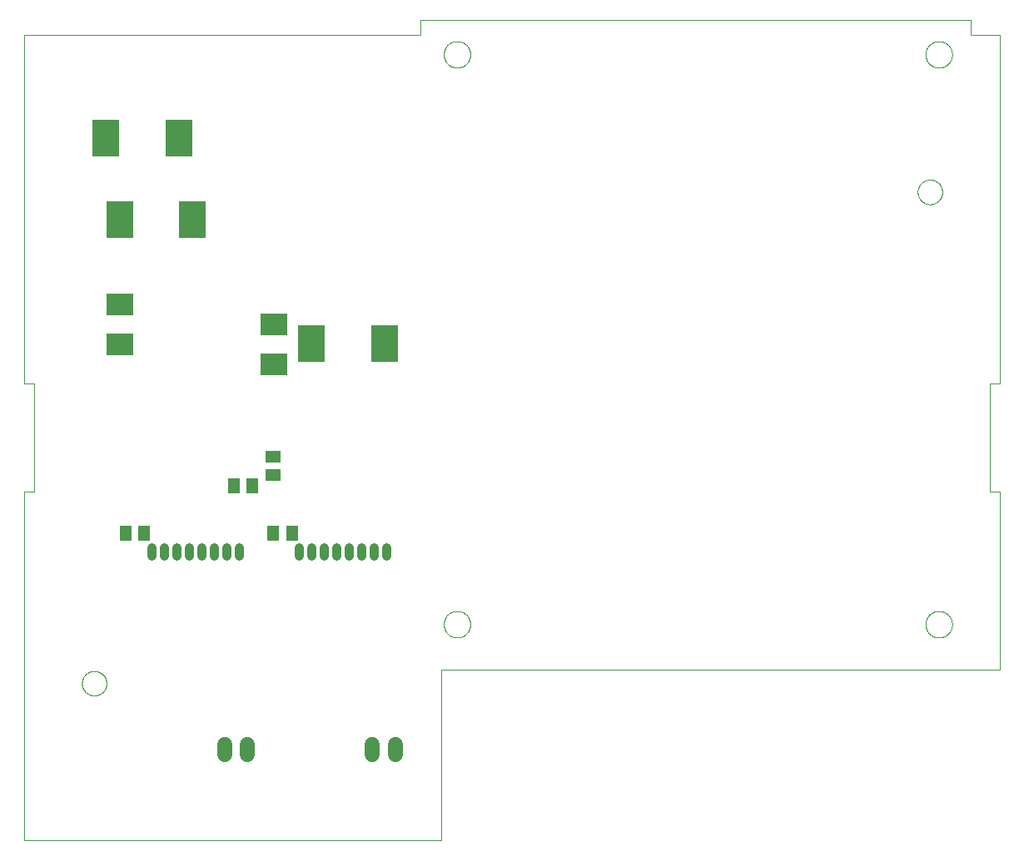
<source format=gbp>
G04 EAGLE Gerber RS-274X export*
G75*
%MOMM*%
%FSLAX34Y34*%
%LPD*%
%INPaste Mask Bottom*%
%IPPOS*%
%AMOC8*
5,1,8,0,0,1.08239X$1,22.5*%
G01*
%ADD10C,0.000000*%
%ADD11R,2.800000X3.800000*%
%ADD12R,2.794000X2.286000*%
%ADD13C,0.914400*%
%ADD14C,1.498600*%
%ADD15R,1.500000X1.300000*%
%ADD16R,1.300000X1.500000*%


D10*
X0Y0D02*
X424000Y0D01*
X424000Y173500D01*
X992000Y173500D01*
X992000Y355000D01*
X982000Y355000D01*
X982000Y465000D01*
X992000Y465000D01*
X992000Y820000D01*
X962000Y820000D01*
X962000Y835000D01*
X403000Y835000D01*
X403000Y820000D01*
X0Y820000D01*
X0Y465000D01*
X10000Y465000D01*
X10000Y355000D01*
X0Y355000D01*
X0Y0D01*
X58500Y160000D02*
X58504Y160307D01*
X58515Y160613D01*
X58534Y160920D01*
X58560Y161225D01*
X58594Y161530D01*
X58635Y161834D01*
X58684Y162137D01*
X58740Y162439D01*
X58804Y162739D01*
X58875Y163037D01*
X58953Y163334D01*
X59038Y163629D01*
X59131Y163921D01*
X59231Y164211D01*
X59338Y164499D01*
X59452Y164784D01*
X59572Y165066D01*
X59700Y165344D01*
X59835Y165620D01*
X59976Y165892D01*
X60124Y166161D01*
X60278Y166426D01*
X60439Y166687D01*
X60607Y166945D01*
X60780Y167198D01*
X60960Y167446D01*
X61146Y167690D01*
X61337Y167930D01*
X61535Y168165D01*
X61738Y168394D01*
X61947Y168619D01*
X62161Y168839D01*
X62381Y169053D01*
X62606Y169262D01*
X62835Y169465D01*
X63070Y169663D01*
X63310Y169854D01*
X63554Y170040D01*
X63802Y170220D01*
X64055Y170393D01*
X64313Y170561D01*
X64574Y170722D01*
X64839Y170876D01*
X65108Y171024D01*
X65380Y171165D01*
X65656Y171300D01*
X65934Y171428D01*
X66216Y171548D01*
X66501Y171662D01*
X66789Y171769D01*
X67079Y171869D01*
X67371Y171962D01*
X67666Y172047D01*
X67963Y172125D01*
X68261Y172196D01*
X68561Y172260D01*
X68863Y172316D01*
X69166Y172365D01*
X69470Y172406D01*
X69775Y172440D01*
X70080Y172466D01*
X70387Y172485D01*
X70693Y172496D01*
X71000Y172500D01*
X71307Y172496D01*
X71613Y172485D01*
X71920Y172466D01*
X72225Y172440D01*
X72530Y172406D01*
X72834Y172365D01*
X73137Y172316D01*
X73439Y172260D01*
X73739Y172196D01*
X74037Y172125D01*
X74334Y172047D01*
X74629Y171962D01*
X74921Y171869D01*
X75211Y171769D01*
X75499Y171662D01*
X75784Y171548D01*
X76066Y171428D01*
X76344Y171300D01*
X76620Y171165D01*
X76892Y171024D01*
X77161Y170876D01*
X77426Y170722D01*
X77687Y170561D01*
X77945Y170393D01*
X78198Y170220D01*
X78446Y170040D01*
X78690Y169854D01*
X78930Y169663D01*
X79165Y169465D01*
X79394Y169262D01*
X79619Y169053D01*
X79839Y168839D01*
X80053Y168619D01*
X80262Y168394D01*
X80465Y168165D01*
X80663Y167930D01*
X80854Y167690D01*
X81040Y167446D01*
X81220Y167198D01*
X81393Y166945D01*
X81561Y166687D01*
X81722Y166426D01*
X81876Y166161D01*
X82024Y165892D01*
X82165Y165620D01*
X82300Y165344D01*
X82428Y165066D01*
X82548Y164784D01*
X82662Y164499D01*
X82769Y164211D01*
X82869Y163921D01*
X82962Y163629D01*
X83047Y163334D01*
X83125Y163037D01*
X83196Y162739D01*
X83260Y162439D01*
X83316Y162137D01*
X83365Y161834D01*
X83406Y161530D01*
X83440Y161225D01*
X83466Y160920D01*
X83485Y160613D01*
X83496Y160307D01*
X83500Y160000D01*
X83496Y159693D01*
X83485Y159387D01*
X83466Y159080D01*
X83440Y158775D01*
X83406Y158470D01*
X83365Y158166D01*
X83316Y157863D01*
X83260Y157561D01*
X83196Y157261D01*
X83125Y156963D01*
X83047Y156666D01*
X82962Y156371D01*
X82869Y156079D01*
X82769Y155789D01*
X82662Y155501D01*
X82548Y155216D01*
X82428Y154934D01*
X82300Y154656D01*
X82165Y154380D01*
X82024Y154108D01*
X81876Y153839D01*
X81722Y153574D01*
X81561Y153313D01*
X81393Y153055D01*
X81220Y152802D01*
X81040Y152554D01*
X80854Y152310D01*
X80663Y152070D01*
X80465Y151835D01*
X80262Y151606D01*
X80053Y151381D01*
X79839Y151161D01*
X79619Y150947D01*
X79394Y150738D01*
X79165Y150535D01*
X78930Y150337D01*
X78690Y150146D01*
X78446Y149960D01*
X78198Y149780D01*
X77945Y149607D01*
X77687Y149439D01*
X77426Y149278D01*
X77161Y149124D01*
X76892Y148976D01*
X76620Y148835D01*
X76344Y148700D01*
X76066Y148572D01*
X75784Y148452D01*
X75499Y148338D01*
X75211Y148231D01*
X74921Y148131D01*
X74629Y148038D01*
X74334Y147953D01*
X74037Y147875D01*
X73739Y147804D01*
X73439Y147740D01*
X73137Y147684D01*
X72834Y147635D01*
X72530Y147594D01*
X72225Y147560D01*
X71920Y147534D01*
X71613Y147515D01*
X71307Y147504D01*
X71000Y147500D01*
X70693Y147504D01*
X70387Y147515D01*
X70080Y147534D01*
X69775Y147560D01*
X69470Y147594D01*
X69166Y147635D01*
X68863Y147684D01*
X68561Y147740D01*
X68261Y147804D01*
X67963Y147875D01*
X67666Y147953D01*
X67371Y148038D01*
X67079Y148131D01*
X66789Y148231D01*
X66501Y148338D01*
X66216Y148452D01*
X65934Y148572D01*
X65656Y148700D01*
X65380Y148835D01*
X65108Y148976D01*
X64839Y149124D01*
X64574Y149278D01*
X64313Y149439D01*
X64055Y149607D01*
X63802Y149780D01*
X63554Y149960D01*
X63310Y150146D01*
X63070Y150337D01*
X62835Y150535D01*
X62606Y150738D01*
X62381Y150947D01*
X62161Y151161D01*
X61947Y151381D01*
X61738Y151606D01*
X61535Y151835D01*
X61337Y152070D01*
X61146Y152310D01*
X60960Y152554D01*
X60780Y152802D01*
X60607Y153055D01*
X60439Y153313D01*
X60278Y153574D01*
X60124Y153839D01*
X59976Y154108D01*
X59835Y154380D01*
X59700Y154656D01*
X59572Y154934D01*
X59452Y155216D01*
X59338Y155501D01*
X59231Y155789D01*
X59131Y156079D01*
X59038Y156371D01*
X58953Y156666D01*
X58875Y156963D01*
X58804Y157261D01*
X58740Y157561D01*
X58684Y157863D01*
X58635Y158166D01*
X58594Y158470D01*
X58560Y158775D01*
X58534Y159080D01*
X58515Y159387D01*
X58504Y159693D01*
X58500Y160000D01*
X908500Y660000D02*
X908504Y660307D01*
X908515Y660613D01*
X908534Y660920D01*
X908560Y661225D01*
X908594Y661530D01*
X908635Y661834D01*
X908684Y662137D01*
X908740Y662439D01*
X908804Y662739D01*
X908875Y663037D01*
X908953Y663334D01*
X909038Y663629D01*
X909131Y663921D01*
X909231Y664211D01*
X909338Y664499D01*
X909452Y664784D01*
X909572Y665066D01*
X909700Y665344D01*
X909835Y665620D01*
X909976Y665892D01*
X910124Y666161D01*
X910278Y666426D01*
X910439Y666687D01*
X910607Y666945D01*
X910780Y667198D01*
X910960Y667446D01*
X911146Y667690D01*
X911337Y667930D01*
X911535Y668165D01*
X911738Y668394D01*
X911947Y668619D01*
X912161Y668839D01*
X912381Y669053D01*
X912606Y669262D01*
X912835Y669465D01*
X913070Y669663D01*
X913310Y669854D01*
X913554Y670040D01*
X913802Y670220D01*
X914055Y670393D01*
X914313Y670561D01*
X914574Y670722D01*
X914839Y670876D01*
X915108Y671024D01*
X915380Y671165D01*
X915656Y671300D01*
X915934Y671428D01*
X916216Y671548D01*
X916501Y671662D01*
X916789Y671769D01*
X917079Y671869D01*
X917371Y671962D01*
X917666Y672047D01*
X917963Y672125D01*
X918261Y672196D01*
X918561Y672260D01*
X918863Y672316D01*
X919166Y672365D01*
X919470Y672406D01*
X919775Y672440D01*
X920080Y672466D01*
X920387Y672485D01*
X920693Y672496D01*
X921000Y672500D01*
X921307Y672496D01*
X921613Y672485D01*
X921920Y672466D01*
X922225Y672440D01*
X922530Y672406D01*
X922834Y672365D01*
X923137Y672316D01*
X923439Y672260D01*
X923739Y672196D01*
X924037Y672125D01*
X924334Y672047D01*
X924629Y671962D01*
X924921Y671869D01*
X925211Y671769D01*
X925499Y671662D01*
X925784Y671548D01*
X926066Y671428D01*
X926344Y671300D01*
X926620Y671165D01*
X926892Y671024D01*
X927161Y670876D01*
X927426Y670722D01*
X927687Y670561D01*
X927945Y670393D01*
X928198Y670220D01*
X928446Y670040D01*
X928690Y669854D01*
X928930Y669663D01*
X929165Y669465D01*
X929394Y669262D01*
X929619Y669053D01*
X929839Y668839D01*
X930053Y668619D01*
X930262Y668394D01*
X930465Y668165D01*
X930663Y667930D01*
X930854Y667690D01*
X931040Y667446D01*
X931220Y667198D01*
X931393Y666945D01*
X931561Y666687D01*
X931722Y666426D01*
X931876Y666161D01*
X932024Y665892D01*
X932165Y665620D01*
X932300Y665344D01*
X932428Y665066D01*
X932548Y664784D01*
X932662Y664499D01*
X932769Y664211D01*
X932869Y663921D01*
X932962Y663629D01*
X933047Y663334D01*
X933125Y663037D01*
X933196Y662739D01*
X933260Y662439D01*
X933316Y662137D01*
X933365Y661834D01*
X933406Y661530D01*
X933440Y661225D01*
X933466Y660920D01*
X933485Y660613D01*
X933496Y660307D01*
X933500Y660000D01*
X933496Y659693D01*
X933485Y659387D01*
X933466Y659080D01*
X933440Y658775D01*
X933406Y658470D01*
X933365Y658166D01*
X933316Y657863D01*
X933260Y657561D01*
X933196Y657261D01*
X933125Y656963D01*
X933047Y656666D01*
X932962Y656371D01*
X932869Y656079D01*
X932769Y655789D01*
X932662Y655501D01*
X932548Y655216D01*
X932428Y654934D01*
X932300Y654656D01*
X932165Y654380D01*
X932024Y654108D01*
X931876Y653839D01*
X931722Y653574D01*
X931561Y653313D01*
X931393Y653055D01*
X931220Y652802D01*
X931040Y652554D01*
X930854Y652310D01*
X930663Y652070D01*
X930465Y651835D01*
X930262Y651606D01*
X930053Y651381D01*
X929839Y651161D01*
X929619Y650947D01*
X929394Y650738D01*
X929165Y650535D01*
X928930Y650337D01*
X928690Y650146D01*
X928446Y649960D01*
X928198Y649780D01*
X927945Y649607D01*
X927687Y649439D01*
X927426Y649278D01*
X927161Y649124D01*
X926892Y648976D01*
X926620Y648835D01*
X926344Y648700D01*
X926066Y648572D01*
X925784Y648452D01*
X925499Y648338D01*
X925211Y648231D01*
X924921Y648131D01*
X924629Y648038D01*
X924334Y647953D01*
X924037Y647875D01*
X923739Y647804D01*
X923439Y647740D01*
X923137Y647684D01*
X922834Y647635D01*
X922530Y647594D01*
X922225Y647560D01*
X921920Y647534D01*
X921613Y647515D01*
X921307Y647504D01*
X921000Y647500D01*
X920693Y647504D01*
X920387Y647515D01*
X920080Y647534D01*
X919775Y647560D01*
X919470Y647594D01*
X919166Y647635D01*
X918863Y647684D01*
X918561Y647740D01*
X918261Y647804D01*
X917963Y647875D01*
X917666Y647953D01*
X917371Y648038D01*
X917079Y648131D01*
X916789Y648231D01*
X916501Y648338D01*
X916216Y648452D01*
X915934Y648572D01*
X915656Y648700D01*
X915380Y648835D01*
X915108Y648976D01*
X914839Y649124D01*
X914574Y649278D01*
X914313Y649439D01*
X914055Y649607D01*
X913802Y649780D01*
X913554Y649960D01*
X913310Y650146D01*
X913070Y650337D01*
X912835Y650535D01*
X912606Y650738D01*
X912381Y650947D01*
X912161Y651161D01*
X911947Y651381D01*
X911738Y651606D01*
X911535Y651835D01*
X911337Y652070D01*
X911146Y652310D01*
X910960Y652554D01*
X910780Y652802D01*
X910607Y653055D01*
X910439Y653313D01*
X910278Y653574D01*
X910124Y653839D01*
X909976Y654108D01*
X909835Y654380D01*
X909700Y654656D01*
X909572Y654934D01*
X909452Y655216D01*
X909338Y655501D01*
X909231Y655789D01*
X909131Y656079D01*
X909038Y656371D01*
X908953Y656666D01*
X908875Y656963D01*
X908804Y657261D01*
X908740Y657561D01*
X908684Y657863D01*
X908635Y658166D01*
X908594Y658470D01*
X908560Y658775D01*
X908534Y659080D01*
X908515Y659387D01*
X908504Y659693D01*
X908500Y660000D01*
D11*
X97000Y632000D03*
X171000Y632000D03*
X292000Y506000D03*
X366000Y506000D03*
X157000Y715000D03*
X83000Y715000D03*
D12*
X97000Y545460D03*
X97000Y504540D03*
X253660Y484540D03*
X253660Y525460D03*
D10*
X916500Y800000D02*
X916504Y800331D01*
X916516Y800662D01*
X916537Y800993D01*
X916565Y801323D01*
X916602Y801653D01*
X916646Y801981D01*
X916699Y802308D01*
X916759Y802634D01*
X916828Y802958D01*
X916905Y803280D01*
X916989Y803601D01*
X917081Y803919D01*
X917181Y804235D01*
X917289Y804548D01*
X917405Y804859D01*
X917528Y805166D01*
X917658Y805471D01*
X917796Y805772D01*
X917941Y806070D01*
X918094Y806364D01*
X918254Y806654D01*
X918421Y806940D01*
X918594Y807222D01*
X918775Y807500D01*
X918963Y807773D01*
X919157Y808042D01*
X919357Y808306D01*
X919564Y808564D01*
X919778Y808818D01*
X919997Y809066D01*
X920223Y809309D01*
X920454Y809546D01*
X920691Y809777D01*
X920934Y810003D01*
X921182Y810222D01*
X921436Y810436D01*
X921694Y810643D01*
X921958Y810843D01*
X922227Y811037D01*
X922500Y811225D01*
X922778Y811406D01*
X923060Y811579D01*
X923346Y811746D01*
X923636Y811906D01*
X923930Y812059D01*
X924228Y812204D01*
X924529Y812342D01*
X924834Y812472D01*
X925141Y812595D01*
X925452Y812711D01*
X925765Y812819D01*
X926081Y812919D01*
X926399Y813011D01*
X926720Y813095D01*
X927042Y813172D01*
X927366Y813241D01*
X927692Y813301D01*
X928019Y813354D01*
X928347Y813398D01*
X928677Y813435D01*
X929007Y813463D01*
X929338Y813484D01*
X929669Y813496D01*
X930000Y813500D01*
X930331Y813496D01*
X930662Y813484D01*
X930993Y813463D01*
X931323Y813435D01*
X931653Y813398D01*
X931981Y813354D01*
X932308Y813301D01*
X932634Y813241D01*
X932958Y813172D01*
X933280Y813095D01*
X933601Y813011D01*
X933919Y812919D01*
X934235Y812819D01*
X934548Y812711D01*
X934859Y812595D01*
X935166Y812472D01*
X935471Y812342D01*
X935772Y812204D01*
X936070Y812059D01*
X936364Y811906D01*
X936654Y811746D01*
X936940Y811579D01*
X937222Y811406D01*
X937500Y811225D01*
X937773Y811037D01*
X938042Y810843D01*
X938306Y810643D01*
X938564Y810436D01*
X938818Y810222D01*
X939066Y810003D01*
X939309Y809777D01*
X939546Y809546D01*
X939777Y809309D01*
X940003Y809066D01*
X940222Y808818D01*
X940436Y808564D01*
X940643Y808306D01*
X940843Y808042D01*
X941037Y807773D01*
X941225Y807500D01*
X941406Y807222D01*
X941579Y806940D01*
X941746Y806654D01*
X941906Y806364D01*
X942059Y806070D01*
X942204Y805772D01*
X942342Y805471D01*
X942472Y805166D01*
X942595Y804859D01*
X942711Y804548D01*
X942819Y804235D01*
X942919Y803919D01*
X943011Y803601D01*
X943095Y803280D01*
X943172Y802958D01*
X943241Y802634D01*
X943301Y802308D01*
X943354Y801981D01*
X943398Y801653D01*
X943435Y801323D01*
X943463Y800993D01*
X943484Y800662D01*
X943496Y800331D01*
X943500Y800000D01*
X943496Y799669D01*
X943484Y799338D01*
X943463Y799007D01*
X943435Y798677D01*
X943398Y798347D01*
X943354Y798019D01*
X943301Y797692D01*
X943241Y797366D01*
X943172Y797042D01*
X943095Y796720D01*
X943011Y796399D01*
X942919Y796081D01*
X942819Y795765D01*
X942711Y795452D01*
X942595Y795141D01*
X942472Y794834D01*
X942342Y794529D01*
X942204Y794228D01*
X942059Y793930D01*
X941906Y793636D01*
X941746Y793346D01*
X941579Y793060D01*
X941406Y792778D01*
X941225Y792500D01*
X941037Y792227D01*
X940843Y791958D01*
X940643Y791694D01*
X940436Y791436D01*
X940222Y791182D01*
X940003Y790934D01*
X939777Y790691D01*
X939546Y790454D01*
X939309Y790223D01*
X939066Y789997D01*
X938818Y789778D01*
X938564Y789564D01*
X938306Y789357D01*
X938042Y789157D01*
X937773Y788963D01*
X937500Y788775D01*
X937222Y788594D01*
X936940Y788421D01*
X936654Y788254D01*
X936364Y788094D01*
X936070Y787941D01*
X935772Y787796D01*
X935471Y787658D01*
X935166Y787528D01*
X934859Y787405D01*
X934548Y787289D01*
X934235Y787181D01*
X933919Y787081D01*
X933601Y786989D01*
X933280Y786905D01*
X932958Y786828D01*
X932634Y786759D01*
X932308Y786699D01*
X931981Y786646D01*
X931653Y786602D01*
X931323Y786565D01*
X930993Y786537D01*
X930662Y786516D01*
X930331Y786504D01*
X930000Y786500D01*
X929669Y786504D01*
X929338Y786516D01*
X929007Y786537D01*
X928677Y786565D01*
X928347Y786602D01*
X928019Y786646D01*
X927692Y786699D01*
X927366Y786759D01*
X927042Y786828D01*
X926720Y786905D01*
X926399Y786989D01*
X926081Y787081D01*
X925765Y787181D01*
X925452Y787289D01*
X925141Y787405D01*
X924834Y787528D01*
X924529Y787658D01*
X924228Y787796D01*
X923930Y787941D01*
X923636Y788094D01*
X923346Y788254D01*
X923060Y788421D01*
X922778Y788594D01*
X922500Y788775D01*
X922227Y788963D01*
X921958Y789157D01*
X921694Y789357D01*
X921436Y789564D01*
X921182Y789778D01*
X920934Y789997D01*
X920691Y790223D01*
X920454Y790454D01*
X920223Y790691D01*
X919997Y790934D01*
X919778Y791182D01*
X919564Y791436D01*
X919357Y791694D01*
X919157Y791958D01*
X918963Y792227D01*
X918775Y792500D01*
X918594Y792778D01*
X918421Y793060D01*
X918254Y793346D01*
X918094Y793636D01*
X917941Y793930D01*
X917796Y794228D01*
X917658Y794529D01*
X917528Y794834D01*
X917405Y795141D01*
X917289Y795452D01*
X917181Y795765D01*
X917081Y796081D01*
X916989Y796399D01*
X916905Y796720D01*
X916828Y797042D01*
X916759Y797366D01*
X916699Y797692D01*
X916646Y798019D01*
X916602Y798347D01*
X916565Y798677D01*
X916537Y799007D01*
X916516Y799338D01*
X916504Y799669D01*
X916500Y800000D01*
X426500Y800000D02*
X426504Y800331D01*
X426516Y800662D01*
X426537Y800993D01*
X426565Y801323D01*
X426602Y801653D01*
X426646Y801981D01*
X426699Y802308D01*
X426759Y802634D01*
X426828Y802958D01*
X426905Y803280D01*
X426989Y803601D01*
X427081Y803919D01*
X427181Y804235D01*
X427289Y804548D01*
X427405Y804859D01*
X427528Y805166D01*
X427658Y805471D01*
X427796Y805772D01*
X427941Y806070D01*
X428094Y806364D01*
X428254Y806654D01*
X428421Y806940D01*
X428594Y807222D01*
X428775Y807500D01*
X428963Y807773D01*
X429157Y808042D01*
X429357Y808306D01*
X429564Y808564D01*
X429778Y808818D01*
X429997Y809066D01*
X430223Y809309D01*
X430454Y809546D01*
X430691Y809777D01*
X430934Y810003D01*
X431182Y810222D01*
X431436Y810436D01*
X431694Y810643D01*
X431958Y810843D01*
X432227Y811037D01*
X432500Y811225D01*
X432778Y811406D01*
X433060Y811579D01*
X433346Y811746D01*
X433636Y811906D01*
X433930Y812059D01*
X434228Y812204D01*
X434529Y812342D01*
X434834Y812472D01*
X435141Y812595D01*
X435452Y812711D01*
X435765Y812819D01*
X436081Y812919D01*
X436399Y813011D01*
X436720Y813095D01*
X437042Y813172D01*
X437366Y813241D01*
X437692Y813301D01*
X438019Y813354D01*
X438347Y813398D01*
X438677Y813435D01*
X439007Y813463D01*
X439338Y813484D01*
X439669Y813496D01*
X440000Y813500D01*
X440331Y813496D01*
X440662Y813484D01*
X440993Y813463D01*
X441323Y813435D01*
X441653Y813398D01*
X441981Y813354D01*
X442308Y813301D01*
X442634Y813241D01*
X442958Y813172D01*
X443280Y813095D01*
X443601Y813011D01*
X443919Y812919D01*
X444235Y812819D01*
X444548Y812711D01*
X444859Y812595D01*
X445166Y812472D01*
X445471Y812342D01*
X445772Y812204D01*
X446070Y812059D01*
X446364Y811906D01*
X446654Y811746D01*
X446940Y811579D01*
X447222Y811406D01*
X447500Y811225D01*
X447773Y811037D01*
X448042Y810843D01*
X448306Y810643D01*
X448564Y810436D01*
X448818Y810222D01*
X449066Y810003D01*
X449309Y809777D01*
X449546Y809546D01*
X449777Y809309D01*
X450003Y809066D01*
X450222Y808818D01*
X450436Y808564D01*
X450643Y808306D01*
X450843Y808042D01*
X451037Y807773D01*
X451225Y807500D01*
X451406Y807222D01*
X451579Y806940D01*
X451746Y806654D01*
X451906Y806364D01*
X452059Y806070D01*
X452204Y805772D01*
X452342Y805471D01*
X452472Y805166D01*
X452595Y804859D01*
X452711Y804548D01*
X452819Y804235D01*
X452919Y803919D01*
X453011Y803601D01*
X453095Y803280D01*
X453172Y802958D01*
X453241Y802634D01*
X453301Y802308D01*
X453354Y801981D01*
X453398Y801653D01*
X453435Y801323D01*
X453463Y800993D01*
X453484Y800662D01*
X453496Y800331D01*
X453500Y800000D01*
X453496Y799669D01*
X453484Y799338D01*
X453463Y799007D01*
X453435Y798677D01*
X453398Y798347D01*
X453354Y798019D01*
X453301Y797692D01*
X453241Y797366D01*
X453172Y797042D01*
X453095Y796720D01*
X453011Y796399D01*
X452919Y796081D01*
X452819Y795765D01*
X452711Y795452D01*
X452595Y795141D01*
X452472Y794834D01*
X452342Y794529D01*
X452204Y794228D01*
X452059Y793930D01*
X451906Y793636D01*
X451746Y793346D01*
X451579Y793060D01*
X451406Y792778D01*
X451225Y792500D01*
X451037Y792227D01*
X450843Y791958D01*
X450643Y791694D01*
X450436Y791436D01*
X450222Y791182D01*
X450003Y790934D01*
X449777Y790691D01*
X449546Y790454D01*
X449309Y790223D01*
X449066Y789997D01*
X448818Y789778D01*
X448564Y789564D01*
X448306Y789357D01*
X448042Y789157D01*
X447773Y788963D01*
X447500Y788775D01*
X447222Y788594D01*
X446940Y788421D01*
X446654Y788254D01*
X446364Y788094D01*
X446070Y787941D01*
X445772Y787796D01*
X445471Y787658D01*
X445166Y787528D01*
X444859Y787405D01*
X444548Y787289D01*
X444235Y787181D01*
X443919Y787081D01*
X443601Y786989D01*
X443280Y786905D01*
X442958Y786828D01*
X442634Y786759D01*
X442308Y786699D01*
X441981Y786646D01*
X441653Y786602D01*
X441323Y786565D01*
X440993Y786537D01*
X440662Y786516D01*
X440331Y786504D01*
X440000Y786500D01*
X439669Y786504D01*
X439338Y786516D01*
X439007Y786537D01*
X438677Y786565D01*
X438347Y786602D01*
X438019Y786646D01*
X437692Y786699D01*
X437366Y786759D01*
X437042Y786828D01*
X436720Y786905D01*
X436399Y786989D01*
X436081Y787081D01*
X435765Y787181D01*
X435452Y787289D01*
X435141Y787405D01*
X434834Y787528D01*
X434529Y787658D01*
X434228Y787796D01*
X433930Y787941D01*
X433636Y788094D01*
X433346Y788254D01*
X433060Y788421D01*
X432778Y788594D01*
X432500Y788775D01*
X432227Y788963D01*
X431958Y789157D01*
X431694Y789357D01*
X431436Y789564D01*
X431182Y789778D01*
X430934Y789997D01*
X430691Y790223D01*
X430454Y790454D01*
X430223Y790691D01*
X429997Y790934D01*
X429778Y791182D01*
X429564Y791436D01*
X429357Y791694D01*
X429157Y791958D01*
X428963Y792227D01*
X428775Y792500D01*
X428594Y792778D01*
X428421Y793060D01*
X428254Y793346D01*
X428094Y793636D01*
X427941Y793930D01*
X427796Y794228D01*
X427658Y794529D01*
X427528Y794834D01*
X427405Y795141D01*
X427289Y795452D01*
X427181Y795765D01*
X427081Y796081D01*
X426989Y796399D01*
X426905Y796720D01*
X426828Y797042D01*
X426759Y797366D01*
X426699Y797692D01*
X426646Y798019D01*
X426602Y798347D01*
X426565Y798677D01*
X426537Y799007D01*
X426516Y799338D01*
X426504Y799669D01*
X426500Y800000D01*
X916500Y220000D02*
X916504Y220331D01*
X916516Y220662D01*
X916537Y220993D01*
X916565Y221323D01*
X916602Y221653D01*
X916646Y221981D01*
X916699Y222308D01*
X916759Y222634D01*
X916828Y222958D01*
X916905Y223280D01*
X916989Y223601D01*
X917081Y223919D01*
X917181Y224235D01*
X917289Y224548D01*
X917405Y224859D01*
X917528Y225166D01*
X917658Y225471D01*
X917796Y225772D01*
X917941Y226070D01*
X918094Y226364D01*
X918254Y226654D01*
X918421Y226940D01*
X918594Y227222D01*
X918775Y227500D01*
X918963Y227773D01*
X919157Y228042D01*
X919357Y228306D01*
X919564Y228564D01*
X919778Y228818D01*
X919997Y229066D01*
X920223Y229309D01*
X920454Y229546D01*
X920691Y229777D01*
X920934Y230003D01*
X921182Y230222D01*
X921436Y230436D01*
X921694Y230643D01*
X921958Y230843D01*
X922227Y231037D01*
X922500Y231225D01*
X922778Y231406D01*
X923060Y231579D01*
X923346Y231746D01*
X923636Y231906D01*
X923930Y232059D01*
X924228Y232204D01*
X924529Y232342D01*
X924834Y232472D01*
X925141Y232595D01*
X925452Y232711D01*
X925765Y232819D01*
X926081Y232919D01*
X926399Y233011D01*
X926720Y233095D01*
X927042Y233172D01*
X927366Y233241D01*
X927692Y233301D01*
X928019Y233354D01*
X928347Y233398D01*
X928677Y233435D01*
X929007Y233463D01*
X929338Y233484D01*
X929669Y233496D01*
X930000Y233500D01*
X930331Y233496D01*
X930662Y233484D01*
X930993Y233463D01*
X931323Y233435D01*
X931653Y233398D01*
X931981Y233354D01*
X932308Y233301D01*
X932634Y233241D01*
X932958Y233172D01*
X933280Y233095D01*
X933601Y233011D01*
X933919Y232919D01*
X934235Y232819D01*
X934548Y232711D01*
X934859Y232595D01*
X935166Y232472D01*
X935471Y232342D01*
X935772Y232204D01*
X936070Y232059D01*
X936364Y231906D01*
X936654Y231746D01*
X936940Y231579D01*
X937222Y231406D01*
X937500Y231225D01*
X937773Y231037D01*
X938042Y230843D01*
X938306Y230643D01*
X938564Y230436D01*
X938818Y230222D01*
X939066Y230003D01*
X939309Y229777D01*
X939546Y229546D01*
X939777Y229309D01*
X940003Y229066D01*
X940222Y228818D01*
X940436Y228564D01*
X940643Y228306D01*
X940843Y228042D01*
X941037Y227773D01*
X941225Y227500D01*
X941406Y227222D01*
X941579Y226940D01*
X941746Y226654D01*
X941906Y226364D01*
X942059Y226070D01*
X942204Y225772D01*
X942342Y225471D01*
X942472Y225166D01*
X942595Y224859D01*
X942711Y224548D01*
X942819Y224235D01*
X942919Y223919D01*
X943011Y223601D01*
X943095Y223280D01*
X943172Y222958D01*
X943241Y222634D01*
X943301Y222308D01*
X943354Y221981D01*
X943398Y221653D01*
X943435Y221323D01*
X943463Y220993D01*
X943484Y220662D01*
X943496Y220331D01*
X943500Y220000D01*
X943496Y219669D01*
X943484Y219338D01*
X943463Y219007D01*
X943435Y218677D01*
X943398Y218347D01*
X943354Y218019D01*
X943301Y217692D01*
X943241Y217366D01*
X943172Y217042D01*
X943095Y216720D01*
X943011Y216399D01*
X942919Y216081D01*
X942819Y215765D01*
X942711Y215452D01*
X942595Y215141D01*
X942472Y214834D01*
X942342Y214529D01*
X942204Y214228D01*
X942059Y213930D01*
X941906Y213636D01*
X941746Y213346D01*
X941579Y213060D01*
X941406Y212778D01*
X941225Y212500D01*
X941037Y212227D01*
X940843Y211958D01*
X940643Y211694D01*
X940436Y211436D01*
X940222Y211182D01*
X940003Y210934D01*
X939777Y210691D01*
X939546Y210454D01*
X939309Y210223D01*
X939066Y209997D01*
X938818Y209778D01*
X938564Y209564D01*
X938306Y209357D01*
X938042Y209157D01*
X937773Y208963D01*
X937500Y208775D01*
X937222Y208594D01*
X936940Y208421D01*
X936654Y208254D01*
X936364Y208094D01*
X936070Y207941D01*
X935772Y207796D01*
X935471Y207658D01*
X935166Y207528D01*
X934859Y207405D01*
X934548Y207289D01*
X934235Y207181D01*
X933919Y207081D01*
X933601Y206989D01*
X933280Y206905D01*
X932958Y206828D01*
X932634Y206759D01*
X932308Y206699D01*
X931981Y206646D01*
X931653Y206602D01*
X931323Y206565D01*
X930993Y206537D01*
X930662Y206516D01*
X930331Y206504D01*
X930000Y206500D01*
X929669Y206504D01*
X929338Y206516D01*
X929007Y206537D01*
X928677Y206565D01*
X928347Y206602D01*
X928019Y206646D01*
X927692Y206699D01*
X927366Y206759D01*
X927042Y206828D01*
X926720Y206905D01*
X926399Y206989D01*
X926081Y207081D01*
X925765Y207181D01*
X925452Y207289D01*
X925141Y207405D01*
X924834Y207528D01*
X924529Y207658D01*
X924228Y207796D01*
X923930Y207941D01*
X923636Y208094D01*
X923346Y208254D01*
X923060Y208421D01*
X922778Y208594D01*
X922500Y208775D01*
X922227Y208963D01*
X921958Y209157D01*
X921694Y209357D01*
X921436Y209564D01*
X921182Y209778D01*
X920934Y209997D01*
X920691Y210223D01*
X920454Y210454D01*
X920223Y210691D01*
X919997Y210934D01*
X919778Y211182D01*
X919564Y211436D01*
X919357Y211694D01*
X919157Y211958D01*
X918963Y212227D01*
X918775Y212500D01*
X918594Y212778D01*
X918421Y213060D01*
X918254Y213346D01*
X918094Y213636D01*
X917941Y213930D01*
X917796Y214228D01*
X917658Y214529D01*
X917528Y214834D01*
X917405Y215141D01*
X917289Y215452D01*
X917181Y215765D01*
X917081Y216081D01*
X916989Y216399D01*
X916905Y216720D01*
X916828Y217042D01*
X916759Y217366D01*
X916699Y217692D01*
X916646Y218019D01*
X916602Y218347D01*
X916565Y218677D01*
X916537Y219007D01*
X916516Y219338D01*
X916504Y219669D01*
X916500Y220000D01*
X426500Y220000D02*
X426504Y220331D01*
X426516Y220662D01*
X426537Y220993D01*
X426565Y221323D01*
X426602Y221653D01*
X426646Y221981D01*
X426699Y222308D01*
X426759Y222634D01*
X426828Y222958D01*
X426905Y223280D01*
X426989Y223601D01*
X427081Y223919D01*
X427181Y224235D01*
X427289Y224548D01*
X427405Y224859D01*
X427528Y225166D01*
X427658Y225471D01*
X427796Y225772D01*
X427941Y226070D01*
X428094Y226364D01*
X428254Y226654D01*
X428421Y226940D01*
X428594Y227222D01*
X428775Y227500D01*
X428963Y227773D01*
X429157Y228042D01*
X429357Y228306D01*
X429564Y228564D01*
X429778Y228818D01*
X429997Y229066D01*
X430223Y229309D01*
X430454Y229546D01*
X430691Y229777D01*
X430934Y230003D01*
X431182Y230222D01*
X431436Y230436D01*
X431694Y230643D01*
X431958Y230843D01*
X432227Y231037D01*
X432500Y231225D01*
X432778Y231406D01*
X433060Y231579D01*
X433346Y231746D01*
X433636Y231906D01*
X433930Y232059D01*
X434228Y232204D01*
X434529Y232342D01*
X434834Y232472D01*
X435141Y232595D01*
X435452Y232711D01*
X435765Y232819D01*
X436081Y232919D01*
X436399Y233011D01*
X436720Y233095D01*
X437042Y233172D01*
X437366Y233241D01*
X437692Y233301D01*
X438019Y233354D01*
X438347Y233398D01*
X438677Y233435D01*
X439007Y233463D01*
X439338Y233484D01*
X439669Y233496D01*
X440000Y233500D01*
X440331Y233496D01*
X440662Y233484D01*
X440993Y233463D01*
X441323Y233435D01*
X441653Y233398D01*
X441981Y233354D01*
X442308Y233301D01*
X442634Y233241D01*
X442958Y233172D01*
X443280Y233095D01*
X443601Y233011D01*
X443919Y232919D01*
X444235Y232819D01*
X444548Y232711D01*
X444859Y232595D01*
X445166Y232472D01*
X445471Y232342D01*
X445772Y232204D01*
X446070Y232059D01*
X446364Y231906D01*
X446654Y231746D01*
X446940Y231579D01*
X447222Y231406D01*
X447500Y231225D01*
X447773Y231037D01*
X448042Y230843D01*
X448306Y230643D01*
X448564Y230436D01*
X448818Y230222D01*
X449066Y230003D01*
X449309Y229777D01*
X449546Y229546D01*
X449777Y229309D01*
X450003Y229066D01*
X450222Y228818D01*
X450436Y228564D01*
X450643Y228306D01*
X450843Y228042D01*
X451037Y227773D01*
X451225Y227500D01*
X451406Y227222D01*
X451579Y226940D01*
X451746Y226654D01*
X451906Y226364D01*
X452059Y226070D01*
X452204Y225772D01*
X452342Y225471D01*
X452472Y225166D01*
X452595Y224859D01*
X452711Y224548D01*
X452819Y224235D01*
X452919Y223919D01*
X453011Y223601D01*
X453095Y223280D01*
X453172Y222958D01*
X453241Y222634D01*
X453301Y222308D01*
X453354Y221981D01*
X453398Y221653D01*
X453435Y221323D01*
X453463Y220993D01*
X453484Y220662D01*
X453496Y220331D01*
X453500Y220000D01*
X453496Y219669D01*
X453484Y219338D01*
X453463Y219007D01*
X453435Y218677D01*
X453398Y218347D01*
X453354Y218019D01*
X453301Y217692D01*
X453241Y217366D01*
X453172Y217042D01*
X453095Y216720D01*
X453011Y216399D01*
X452919Y216081D01*
X452819Y215765D01*
X452711Y215452D01*
X452595Y215141D01*
X452472Y214834D01*
X452342Y214529D01*
X452204Y214228D01*
X452059Y213930D01*
X451906Y213636D01*
X451746Y213346D01*
X451579Y213060D01*
X451406Y212778D01*
X451225Y212500D01*
X451037Y212227D01*
X450843Y211958D01*
X450643Y211694D01*
X450436Y211436D01*
X450222Y211182D01*
X450003Y210934D01*
X449777Y210691D01*
X449546Y210454D01*
X449309Y210223D01*
X449066Y209997D01*
X448818Y209778D01*
X448564Y209564D01*
X448306Y209357D01*
X448042Y209157D01*
X447773Y208963D01*
X447500Y208775D01*
X447222Y208594D01*
X446940Y208421D01*
X446654Y208254D01*
X446364Y208094D01*
X446070Y207941D01*
X445772Y207796D01*
X445471Y207658D01*
X445166Y207528D01*
X444859Y207405D01*
X444548Y207289D01*
X444235Y207181D01*
X443919Y207081D01*
X443601Y206989D01*
X443280Y206905D01*
X442958Y206828D01*
X442634Y206759D01*
X442308Y206699D01*
X441981Y206646D01*
X441653Y206602D01*
X441323Y206565D01*
X440993Y206537D01*
X440662Y206516D01*
X440331Y206504D01*
X440000Y206500D01*
X439669Y206504D01*
X439338Y206516D01*
X439007Y206537D01*
X438677Y206565D01*
X438347Y206602D01*
X438019Y206646D01*
X437692Y206699D01*
X437366Y206759D01*
X437042Y206828D01*
X436720Y206905D01*
X436399Y206989D01*
X436081Y207081D01*
X435765Y207181D01*
X435452Y207289D01*
X435141Y207405D01*
X434834Y207528D01*
X434529Y207658D01*
X434228Y207796D01*
X433930Y207941D01*
X433636Y208094D01*
X433346Y208254D01*
X433060Y208421D01*
X432778Y208594D01*
X432500Y208775D01*
X432227Y208963D01*
X431958Y209157D01*
X431694Y209357D01*
X431436Y209564D01*
X431182Y209778D01*
X430934Y209997D01*
X430691Y210223D01*
X430454Y210454D01*
X430223Y210691D01*
X429997Y210934D01*
X429778Y211182D01*
X429564Y211436D01*
X429357Y211694D01*
X429157Y211958D01*
X428963Y212227D01*
X428775Y212500D01*
X428594Y212778D01*
X428421Y213060D01*
X428254Y213346D01*
X428094Y213636D01*
X427941Y213930D01*
X427796Y214228D01*
X427658Y214529D01*
X427528Y214834D01*
X427405Y215141D01*
X427289Y215452D01*
X427181Y215765D01*
X427081Y216081D01*
X426989Y216399D01*
X426905Y216720D01*
X426828Y217042D01*
X426759Y217366D01*
X426699Y217692D01*
X426646Y218019D01*
X426602Y218347D01*
X426565Y218677D01*
X426537Y219007D01*
X426516Y219338D01*
X426504Y219669D01*
X426500Y220000D01*
D13*
X355750Y289682D02*
X355750Y298318D01*
X343050Y298318D02*
X343050Y289682D01*
X330350Y289682D02*
X330350Y298318D01*
X317650Y298318D02*
X317650Y289682D01*
X304950Y289682D02*
X304950Y298318D01*
X292250Y298318D02*
X292250Y289682D01*
X279550Y289682D02*
X279550Y298318D01*
X368450Y298318D02*
X368450Y289682D01*
D14*
X353450Y97707D02*
X353450Y87293D01*
X376950Y87293D02*
X376950Y97707D01*
D15*
X252700Y372000D03*
X252700Y391000D03*
D16*
X213000Y361000D03*
X232000Y361000D03*
X272050Y312500D03*
X253050Y312500D03*
X122050Y312500D03*
X103050Y312500D03*
D13*
X205750Y298318D02*
X205750Y289682D01*
X193050Y289682D02*
X193050Y298318D01*
X180350Y298318D02*
X180350Y289682D01*
X167650Y289682D02*
X167650Y298318D01*
X154950Y298318D02*
X154950Y289682D01*
X142250Y289682D02*
X142250Y298318D01*
X129550Y298318D02*
X129550Y289682D01*
X218450Y289682D02*
X218450Y298318D01*
D14*
X203450Y97707D02*
X203450Y87293D01*
X226950Y87293D02*
X226950Y97707D01*
M02*

</source>
